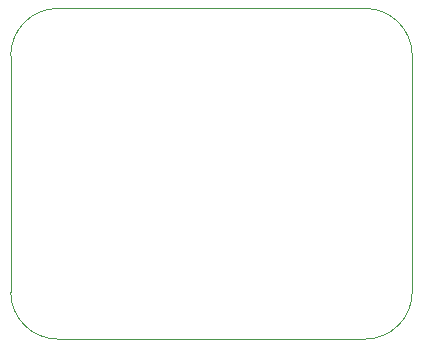
<source format=gbr>
%TF.GenerationSoftware,KiCad,Pcbnew,8.0.8+1*%
%TF.CreationDate,Date%
%TF.ProjectId,KiBot_Project_Test,4b69426f-745f-4507-926f-6a6563745f54,1.0.0*%
%TF.SameCoordinates,Original*%
%TF.FileFunction,Profile,NP*%
%FSLAX46Y46*%
G04 Gerber Fmt 4.6, Leading zero omitted, Abs format (unit mm)*
G04 Created by KiCad*
%MOMM*%
%LPD*%
G01*
G04 APERTURE LIST*
%TA.AperFunction,Profile*%
%ADD10C,0.100000*%
%TD*%
G04 APERTURE END LIST*
D10*
X165500000Y-79250000D02*
X165500000Y-99250000D01*
X131500000Y-99250000D02*
X131500000Y-79250000D01*
X161500000Y-103250000D02*
X135500000Y-103250000D01*
X165500000Y-99250000D02*
G75*
G02*
X161500000Y-103250000I-4000000J0D01*
G01*
X135500000Y-75250000D02*
X161500000Y-75250000D01*
X135500000Y-103250000D02*
G75*
G02*
X131500000Y-99250000I0J4000000D01*
G01*
X161500000Y-75250000D02*
G75*
G02*
X165500000Y-79250000I0J-4000000D01*
G01*
X131500000Y-79250000D02*
G75*
G02*
X135500000Y-75250000I4000000J0D01*
G01*
M02*

</source>
